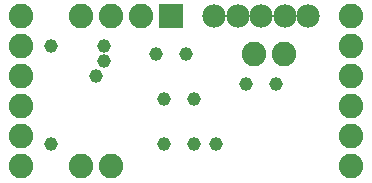
<source format=gbs>
G75*
%MOIN*%
%OFA0B0*%
%FSLAX25Y25*%
%IPPOS*%
%LPD*%
%AMOC8*
5,1,8,0,0,1.08239X$1,22.5*
%
%ADD10C,0.08200*%
%ADD11R,0.08200X0.08200*%
%ADD12C,0.07800*%
%ADD13C,0.04562*%
D10*
X0011500Y0011500D03*
X0011500Y0021500D03*
X0011500Y0031500D03*
X0011500Y0041500D03*
X0011500Y0051500D03*
X0011500Y0061500D03*
X0031500Y0061500D03*
X0041500Y0061500D03*
X0051500Y0061500D03*
X0089000Y0049000D03*
X0099000Y0049000D03*
X0121500Y0051500D03*
X0121500Y0041500D03*
X0121500Y0031500D03*
X0121500Y0021500D03*
X0121500Y0011500D03*
X0041500Y0011500D03*
X0031500Y0011500D03*
X0121500Y0061500D03*
D11*
X0061500Y0061500D03*
D12*
X0075831Y0061500D03*
X0083665Y0061500D03*
X0091500Y0061500D03*
X0099335Y0061500D03*
X0107169Y0061500D03*
D13*
X0066500Y0049000D03*
X0056500Y0049000D03*
X0039000Y0046500D03*
X0039000Y0051500D03*
X0021500Y0051500D03*
X0036500Y0041500D03*
X0059000Y0034000D03*
X0069000Y0034000D03*
X0086500Y0039000D03*
X0096500Y0039000D03*
X0076500Y0019000D03*
X0069000Y0019000D03*
X0059000Y0019000D03*
X0021500Y0019000D03*
M02*

</source>
